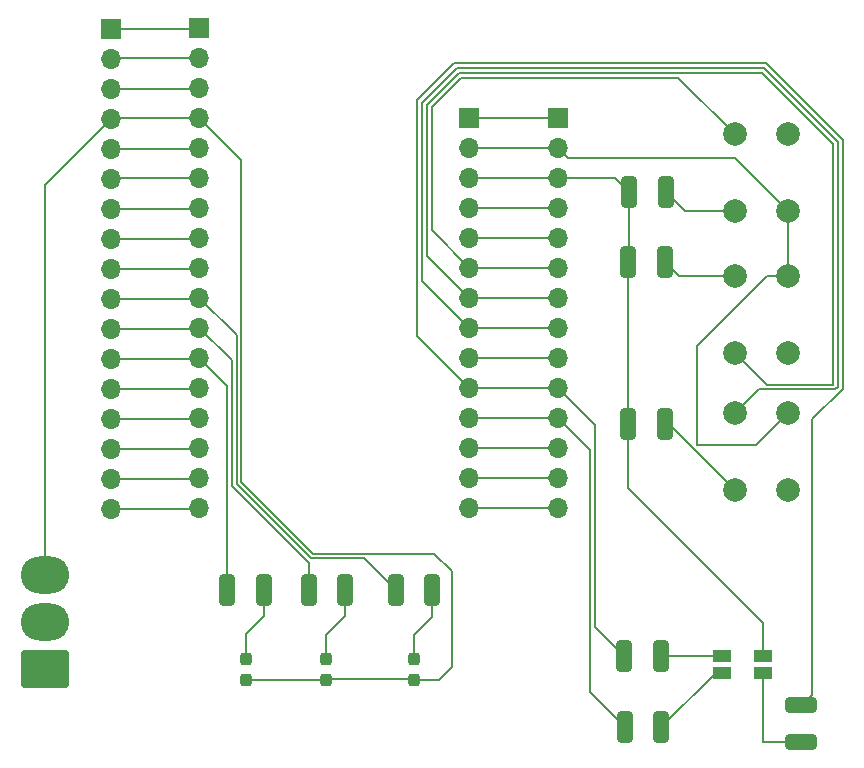
<source format=gbr>
%TF.GenerationSoftware,KiCad,Pcbnew,8.0.3*%
%TF.CreationDate,2024-07-08T01:17:26+08:00*%
%TF.ProjectId,First_pcb,46697273-745f-4706-9362-2e6b69636164,rev?*%
%TF.SameCoordinates,Original*%
%TF.FileFunction,Copper,L1,Top*%
%TF.FilePolarity,Positive*%
%FSLAX46Y46*%
G04 Gerber Fmt 4.6, Leading zero omitted, Abs format (unit mm)*
G04 Created by KiCad (PCBNEW 8.0.3) date 2024-07-08 01:17:26*
%MOMM*%
%LPD*%
G01*
G04 APERTURE LIST*
G04 Aperture macros list*
%AMRoundRect*
0 Rectangle with rounded corners*
0 $1 Rounding radius*
0 $2 $3 $4 $5 $6 $7 $8 $9 X,Y pos of 4 corners*
0 Add a 4 corners polygon primitive as box body*
4,1,4,$2,$3,$4,$5,$6,$7,$8,$9,$2,$3,0*
0 Add four circle primitives for the rounded corners*
1,1,$1+$1,$2,$3*
1,1,$1+$1,$4,$5*
1,1,$1+$1,$6,$7*
1,1,$1+$1,$8,$9*
0 Add four rect primitives between the rounded corners*
20,1,$1+$1,$2,$3,$4,$5,0*
20,1,$1+$1,$4,$5,$6,$7,0*
20,1,$1+$1,$6,$7,$8,$9,0*
20,1,$1+$1,$8,$9,$2,$3,0*%
G04 Aperture macros list end*
%TA.AperFunction,SMDPad,CuDef*%
%ADD10RoundRect,0.237500X0.237500X-0.287500X0.237500X0.287500X-0.237500X0.287500X-0.237500X-0.287500X0*%
%TD*%
%TA.AperFunction,ComponentPad*%
%ADD11C,2.000000*%
%TD*%
%TA.AperFunction,SMDPad,CuDef*%
%ADD12RoundRect,0.250000X0.400000X1.075000X-0.400000X1.075000X-0.400000X-1.075000X0.400000X-1.075000X0*%
%TD*%
%TA.AperFunction,SMDPad,CuDef*%
%ADD13RoundRect,0.250000X-0.400000X-1.075000X0.400000X-1.075000X0.400000X1.075000X-0.400000X1.075000X0*%
%TD*%
%TA.AperFunction,ComponentPad*%
%ADD14R,1.700000X1.700000*%
%TD*%
%TA.AperFunction,ComponentPad*%
%ADD15O,1.700000X1.700000*%
%TD*%
%TA.AperFunction,ComponentPad*%
%ADD16RoundRect,0.250000X1.800000X-1.330000X1.800000X1.330000X-1.800000X1.330000X-1.800000X-1.330000X0*%
%TD*%
%TA.AperFunction,ComponentPad*%
%ADD17O,4.100000X3.160000*%
%TD*%
%TA.AperFunction,SMDPad,CuDef*%
%ADD18RoundRect,0.250000X1.075000X-0.400000X1.075000X0.400000X-1.075000X0.400000X-1.075000X-0.400000X0*%
%TD*%
%TA.AperFunction,SMDPad,CuDef*%
%ADD19R,1.500000X1.000000*%
%TD*%
%TA.AperFunction,Conductor*%
%ADD20C,0.200000*%
%TD*%
G04 APERTURE END LIST*
D10*
%TO.P,D3,1,K*%
%TO.N,GND*%
X112500000Y-99200000D03*
%TO.P,D3,2,A*%
%TO.N,Net-(D3-A)*%
X112500000Y-97450000D03*
%TD*%
D11*
%TO.P,SW1,1,1*%
%TO.N,/15*%
X153900000Y-59500000D03*
X153900000Y-53000000D03*
%TO.P,SW1,2,2*%
%TO.N,/3.3V*%
X158400000Y-59500000D03*
X158400000Y-53000000D03*
%TD*%
%TO.P,SW2,1,1*%
%TO.N,/35*%
X153900000Y-71500000D03*
X153900000Y-65000000D03*
%TO.P,SW2,2,2*%
%TO.N,/3.3V*%
X158400000Y-71500000D03*
X158400000Y-65000000D03*
%TD*%
D12*
%TO.P,R7,1*%
%TO.N,Net-(D4-RA)*%
X147650000Y-103200000D03*
%TO.P,R7,2*%
%TO.N,/39*%
X144550000Y-103200000D03*
%TD*%
D13*
%TO.P,R4,1*%
%TO.N,/2*%
X125150000Y-91600000D03*
%TO.P,R4,2*%
%TO.N,Net-(D1-A)*%
X128250000Y-91600000D03*
%TD*%
D14*
%TO.P,J2,1,Pin_1*%
%TO.N,/RESET*%
X108550000Y-43990000D03*
D15*
%TO.P,J2,2,Pin_2*%
%TO.N,/3.3V*%
X108550000Y-46530000D03*
%TO.P,J2,3,Pin_3*%
%TO.N,/nothing*%
X108550000Y-49070000D03*
%TO.P,J2,4,Pin_4*%
%TO.N,GND*%
X108550000Y-51610000D03*
%TO.P,J2,5,Pin_5*%
%TO.N,/18*%
X108550000Y-54150000D03*
%TO.P,J2,6,Pin_6*%
%TO.N,/23*%
X108550000Y-56690000D03*
%TO.P,J2,7,Pin_7*%
%TO.N,/19*%
X108550000Y-59230000D03*
%TO.P,J2,8,Pin_8*%
%TO.N,/22*%
X108550000Y-61770000D03*
%TO.P,J2,9,Pin_9*%
%TO.N,/21*%
X108550000Y-64310000D03*
%TO.P,J2,10,Pin_10*%
%TO.N,/2*%
X108550000Y-66850000D03*
%TO.P,J2,11,Pin_11*%
%TO.N,/13*%
X108550000Y-69390000D03*
%TO.P,J2,12,Pin_12*%
%TO.N,/14*%
X108550000Y-71930000D03*
%TO.P,J2,13,Pin_13*%
%TO.N,/0*%
X108550000Y-74470000D03*
%TO.P,J2,14,Pin_14*%
%TO.N,/26*%
X108550000Y-77010000D03*
%TO.P,J2,15,Pin_15*%
%TO.N,/25*%
X108550000Y-79550000D03*
%TO.P,J2,16,Pin_16*%
%TO.N,/1*%
X108550000Y-82090000D03*
%TO.P,J2,17,Pin_17*%
%TO.N,/3*%
X108550000Y-84630000D03*
%TD*%
D12*
%TO.P,R9,1*%
%TO.N,Net-(D4-BA)*%
X147600000Y-97200000D03*
%TO.P,R9,2*%
%TO.N,/12*%
X144500000Y-97200000D03*
%TD*%
D10*
%TO.P,D1,1,K*%
%TO.N,GND*%
X126700000Y-99200000D03*
%TO.P,D1,2,A*%
%TO.N,Net-(D1-A)*%
X126700000Y-97450000D03*
%TD*%
D16*
%TO.P,J5,1,Pin_1*%
%TO.N,/3.3V*%
X95455000Y-98260000D03*
D17*
%TO.P,J5,2,Pin_2*%
%TO.N,/Vcc*%
X95455000Y-94300000D03*
%TO.P,J5,3,Pin_3*%
%TO.N,GND*%
X95455000Y-90340000D03*
%TD*%
D13*
%TO.P,R6,1*%
%TO.N,/14*%
X110900000Y-91600000D03*
%TO.P,R6,2*%
%TO.N,Net-(D3-A)*%
X114000000Y-91600000D03*
%TD*%
D10*
%TO.P,D2,1,K*%
%TO.N,GND*%
X119300000Y-99200000D03*
%TO.P,D2,2,A*%
%TO.N,Net-(D2-A)*%
X119300000Y-97450000D03*
%TD*%
D18*
%TO.P,R8,1*%
%TO.N,Net-(D4-GA)*%
X159500000Y-104450000D03*
%TO.P,R8,2*%
%TO.N,/36*%
X159500000Y-101350000D03*
%TD*%
D12*
%TO.P,R3,1*%
%TO.N,/34*%
X147950000Y-77500000D03*
%TO.P,R3,2*%
%TO.N,GND*%
X144850000Y-77500000D03*
%TD*%
D11*
%TO.P,SW3,1,1*%
%TO.N,/34*%
X153900000Y-83100000D03*
X153900000Y-76600000D03*
%TO.P,SW3,2,2*%
%TO.N,/3.3V*%
X158400000Y-83100000D03*
X158400000Y-76600000D03*
%TD*%
D14*
%TO.P,J3,1,Pin_1*%
%TO.N,/RESET*%
X101050000Y-44040000D03*
D15*
%TO.P,J3,2,Pin_2*%
%TO.N,/3.3V*%
X101050000Y-46580000D03*
%TO.P,J3,3,Pin_3*%
%TO.N,/nothing*%
X101050000Y-49120000D03*
%TO.P,J3,4,Pin_4*%
%TO.N,GND*%
X101050000Y-51660000D03*
%TO.P,J3,5,Pin_5*%
%TO.N,/18*%
X101050000Y-54200000D03*
%TO.P,J3,6,Pin_6*%
%TO.N,/23*%
X101050000Y-56740000D03*
%TO.P,J3,7,Pin_7*%
%TO.N,/19*%
X101050000Y-59280000D03*
%TO.P,J3,8,Pin_8*%
%TO.N,/22*%
X101050000Y-61820000D03*
%TO.P,J3,9,Pin_9*%
%TO.N,/21*%
X101050000Y-64360000D03*
%TO.P,J3,10,Pin_10*%
%TO.N,/2*%
X101050000Y-66900000D03*
%TO.P,J3,11,Pin_11*%
%TO.N,/13*%
X101050000Y-69440000D03*
%TO.P,J3,12,Pin_12*%
%TO.N,/14*%
X101050000Y-71980000D03*
%TO.P,J3,13,Pin_13*%
%TO.N,/0*%
X101050000Y-74520000D03*
%TO.P,J3,14,Pin_14*%
%TO.N,/26*%
X101050000Y-77060000D03*
%TO.P,J3,15,Pin_15*%
%TO.N,/25*%
X101050000Y-79600000D03*
%TO.P,J3,16,Pin_16*%
%TO.N,/1*%
X101050000Y-82140000D03*
%TO.P,J3,17,Pin_17*%
%TO.N,/3*%
X101050000Y-84680000D03*
%TD*%
D13*
%TO.P,R5,1*%
%TO.N,/13*%
X117800000Y-91600000D03*
%TO.P,R5,2*%
%TO.N,Net-(D2-A)*%
X120900000Y-91600000D03*
%TD*%
D12*
%TO.P,R1,1*%
%TO.N,/15*%
X148050000Y-57900000D03*
%TO.P,R1,2*%
%TO.N,GND*%
X144950000Y-57900000D03*
%TD*%
D14*
%TO.P,J1,1,Pin_1*%
%TO.N,/Vcc*%
X131400000Y-51640000D03*
D15*
%TO.P,J1,2,Pin_2*%
%TO.N,/3.3V*%
X131400000Y-54180000D03*
%TO.P,J1,3,Pin_3*%
%TO.N,GND*%
X131400000Y-56720000D03*
%TO.P,J1,4,Pin_4*%
%TO.N,/22*%
X131400000Y-59260000D03*
%TO.P,J1,5,Pin_5*%
%TO.N,/21*%
X131400000Y-61800000D03*
%TO.P,J1,6,Pin_6*%
%TO.N,/15*%
X131400000Y-64340000D03*
%TO.P,J1,7,Pin_7*%
%TO.N,/35*%
X131400000Y-66880000D03*
%TO.P,J1,8,Pin_8*%
%TO.N,/34*%
X131400000Y-69420000D03*
%TO.P,J1,9,Pin_9*%
%TO.N,/39*%
X131400000Y-71960000D03*
%TO.P,J1,10,Pin_10*%
%TO.N,/36*%
X131400000Y-74500000D03*
%TO.P,J1,11,Pin_11*%
%TO.N,/12*%
X131400000Y-77040000D03*
%TO.P,J1,12,Pin_12*%
%TO.N,/4*%
X131400000Y-79580000D03*
%TO.P,J1,13,Pin_13*%
%TO.N,/16*%
X131400000Y-82120000D03*
%TO.P,J1,14,Pin_14*%
%TO.N,/17*%
X131400000Y-84660000D03*
%TD*%
D14*
%TO.P,J4,1,Pin_1*%
%TO.N,/Vcc*%
X138900000Y-51640000D03*
D15*
%TO.P,J4,2,Pin_2*%
%TO.N,/3.3V*%
X138900000Y-54180000D03*
%TO.P,J4,3,Pin_3*%
%TO.N,GND*%
X138900000Y-56720000D03*
%TO.P,J4,4,Pin_4*%
%TO.N,/22*%
X138900000Y-59260000D03*
%TO.P,J4,5,Pin_5*%
%TO.N,/21*%
X138900000Y-61800000D03*
%TO.P,J4,6,Pin_6*%
%TO.N,/15*%
X138900000Y-64340000D03*
%TO.P,J4,7,Pin_7*%
%TO.N,/35*%
X138900000Y-66880000D03*
%TO.P,J4,8,Pin_8*%
%TO.N,/34*%
X138900000Y-69420000D03*
%TO.P,J4,9,Pin_9*%
%TO.N,/39*%
X138900000Y-71960000D03*
%TO.P,J4,10,Pin_10*%
%TO.N,/36*%
X138900000Y-74500000D03*
%TO.P,J4,11,Pin_11*%
%TO.N,/12*%
X138900000Y-77040000D03*
%TO.P,J4,12,Pin_12*%
%TO.N,/4*%
X138900000Y-79580000D03*
%TO.P,J4,13,Pin_13*%
%TO.N,/16*%
X138900000Y-82120000D03*
%TO.P,J4,14,Pin_14*%
%TO.N,/17*%
X138900000Y-84660000D03*
%TD*%
D19*
%TO.P,D4,1,BA*%
%TO.N,Net-(D4-BA)*%
X152800000Y-97200000D03*
%TO.P,D4,2,RA*%
%TO.N,Net-(D4-RA)*%
X152800000Y-98600000D03*
%TO.P,D4,3,GA*%
%TO.N,Net-(D4-GA)*%
X156300000Y-98600000D03*
%TO.P,D4,4,K*%
%TO.N,GND*%
X156300000Y-97200000D03*
%TD*%
D12*
%TO.P,R2,1*%
%TO.N,/35*%
X147950000Y-63800000D03*
%TO.P,R2,2*%
%TO.N,GND*%
X144850000Y-63800000D03*
%TD*%
D20*
%TO.N,GND*%
X95455000Y-90340000D02*
X95455000Y-57255000D01*
X95455000Y-57255000D02*
X101050000Y-51660000D01*
%TO.N,Net-(D1-A)*%
X128250000Y-91600000D02*
X128250000Y-93850000D01*
X126700000Y-95400000D02*
X126700000Y-97450000D01*
X128250000Y-93850000D02*
X126700000Y-95400000D01*
%TO.N,GND*%
X101100000Y-51610000D02*
X101050000Y-51660000D01*
X119275000Y-99175000D02*
X119300000Y-99150000D01*
X144950000Y-63700000D02*
X144850000Y-63800000D01*
X143770000Y-56720000D02*
X138900000Y-56720000D01*
X144950000Y-57900000D02*
X143770000Y-56720000D01*
X126650000Y-99150000D02*
X126700000Y-99200000D01*
X108550000Y-51610000D02*
X101100000Y-51610000D01*
X144850000Y-82950000D02*
X156300000Y-94400000D01*
X126700000Y-99200000D02*
X128800000Y-99200000D01*
X156300000Y-94400000D02*
X156300000Y-97200000D01*
X128800000Y-99200000D02*
X129900000Y-98100000D01*
X128400000Y-88500000D02*
X118131371Y-88500000D01*
X112100000Y-55160000D02*
X108550000Y-51610000D01*
X131400000Y-56720000D02*
X138900000Y-56720000D01*
X119300000Y-99150000D02*
X126650000Y-99150000D01*
X144850000Y-77500000D02*
X144850000Y-82950000D01*
X144850000Y-63800000D02*
X144850000Y-77500000D01*
X144950000Y-57900000D02*
X144950000Y-63700000D01*
X129900000Y-90000000D02*
X128400000Y-88500000D01*
X112100000Y-82468628D02*
X112100000Y-55160000D01*
X129900000Y-98100000D02*
X129900000Y-90000000D01*
X118131371Y-88500000D02*
X112100000Y-82468628D01*
X112500000Y-99175000D02*
X119275000Y-99175000D01*
%TO.N,Net-(D2-A)*%
X120900000Y-93800000D02*
X119300000Y-95400000D01*
X120900000Y-91600000D02*
X120900000Y-93800000D01*
X119300000Y-95400000D02*
X119300000Y-97400000D01*
%TO.N,Net-(D3-A)*%
X114000000Y-93800000D02*
X112500000Y-95300000D01*
X112500000Y-95300000D02*
X112500000Y-97425000D01*
X114000000Y-91600000D02*
X114000000Y-93800000D01*
%TO.N,Net-(D4-BA)*%
X147600000Y-97200000D02*
X152800000Y-97200000D01*
%TO.N,Net-(D4-RA)*%
X152250000Y-98600000D02*
X152800000Y-98600000D01*
X147650000Y-103200000D02*
X152250000Y-98600000D01*
%TO.N,/12*%
X144550000Y-103200000D02*
X141600000Y-100250000D01*
X141600000Y-79740000D02*
X138900000Y-77040000D01*
X131400000Y-77040000D02*
X138900000Y-77040000D01*
X141600000Y-100250000D02*
X141600000Y-79740000D01*
%TO.N,/34*%
X162365685Y-74600000D02*
X162600000Y-74365685D01*
X127400000Y-50368628D02*
X127400000Y-65420000D01*
X130368628Y-47400000D02*
X127400000Y-50368628D01*
X148300000Y-77500000D02*
X147950000Y-77500000D01*
X156365686Y-47400000D02*
X130368628Y-47400000D01*
X127400000Y-65420000D02*
X131400000Y-69420000D01*
X138900000Y-69420000D02*
X131400000Y-69420000D01*
X153900000Y-83100000D02*
X148300000Y-77500000D01*
X162600000Y-53634314D02*
X156365686Y-47400000D01*
X162600000Y-74365685D02*
X162600000Y-53634314D01*
X153900000Y-76600000D02*
X155900000Y-74600000D01*
X155900000Y-74600000D02*
X162365685Y-74600000D01*
%TO.N,/35*%
X147950000Y-63800000D02*
X149150000Y-65000000D01*
X162200000Y-74200000D02*
X162200000Y-53800000D01*
X149150000Y-65000000D02*
X153900000Y-65000000D01*
X130534314Y-47800000D02*
X127800000Y-50534314D01*
X127800000Y-50534314D02*
X127800000Y-63280000D01*
X156600000Y-74200000D02*
X162200000Y-74200000D01*
X127800000Y-63280000D02*
X131400000Y-66880000D01*
X131400000Y-66880000D02*
X138900000Y-66880000D01*
X162200000Y-53800000D02*
X156200000Y-47800000D01*
X156200000Y-47800000D02*
X130534314Y-47800000D01*
X153900000Y-71500000D02*
X156600000Y-74200000D01*
%TO.N,/15*%
X130700000Y-48200000D02*
X128200000Y-50700000D01*
X153900000Y-59500000D02*
X149650000Y-59500000D01*
X149650000Y-59500000D02*
X148050000Y-57900000D01*
X128200000Y-61140000D02*
X131400000Y-64340000D01*
X149100000Y-48200000D02*
X130700000Y-48200000D01*
X138900000Y-64340000D02*
X131400000Y-64340000D01*
X153900000Y-53000000D02*
X149100000Y-48200000D01*
X128200000Y-50700000D02*
X128200000Y-61140000D01*
%TO.N,/17*%
X138900000Y-84660000D02*
X131400000Y-84660000D01*
%TO.N,/3.3V*%
X139750000Y-55030000D02*
X153930000Y-55030000D01*
X138900000Y-54180000D02*
X139750000Y-55030000D01*
X153930000Y-55030000D02*
X158400000Y-59500000D01*
X156600000Y-65000000D02*
X150700000Y-70900000D01*
X150700000Y-70900000D02*
X150700000Y-79300000D01*
X158400000Y-59500000D02*
X158400000Y-65000000D01*
X108550000Y-46530000D02*
X101100000Y-46530000D01*
X101100000Y-46530000D02*
X101050000Y-46580000D01*
X131400000Y-54180000D02*
X138900000Y-54180000D01*
X155700000Y-79300000D02*
X158400000Y-76600000D01*
X150700000Y-79300000D02*
X155700000Y-79300000D01*
X158400000Y-65000000D02*
X156600000Y-65000000D01*
%TO.N,/36*%
X130100000Y-47000000D02*
X156531372Y-47000000D01*
X127000000Y-70100000D02*
X131400000Y-74500000D01*
X160400000Y-100450000D02*
X159500000Y-101350000D01*
X138900000Y-74500000D02*
X131400000Y-74500000D01*
X163000000Y-53468628D02*
X163000000Y-74531371D01*
X144500000Y-97200000D02*
X142000000Y-94700000D01*
X160400000Y-77131371D02*
X160400000Y-100450000D01*
X156531372Y-47000000D02*
X163000000Y-53468628D01*
X163000000Y-74531371D02*
X160400000Y-77131371D01*
X127000000Y-50100000D02*
X130100000Y-47000000D01*
X142000000Y-77600000D02*
X138900000Y-74500000D01*
X127000000Y-50100000D02*
X127000000Y-70100000D01*
X142000000Y-94700000D02*
X142000000Y-77600000D01*
%TO.N,/16*%
X131400000Y-82120000D02*
X138900000Y-82120000D01*
%TO.N,/Vcc*%
X131400000Y-51640000D02*
X138900000Y-51640000D01*
%TO.N,/21*%
X131400000Y-61800000D02*
X138900000Y-61800000D01*
X101050000Y-64360000D02*
X108500000Y-64360000D01*
X108500000Y-64360000D02*
X108550000Y-64310000D01*
%TO.N,/22*%
X101050000Y-61820000D02*
X108500000Y-61820000D01*
X138900000Y-59260000D02*
X131400000Y-59260000D01*
X108500000Y-61820000D02*
X108550000Y-61770000D01*
%TO.N,/39*%
X131400000Y-71960000D02*
X138900000Y-71960000D01*
%TO.N,/4*%
X138900000Y-79580000D02*
X131400000Y-79580000D01*
%TO.N,/13*%
X117800000Y-89300000D02*
X111300000Y-82800000D01*
X101050000Y-69440000D02*
X108500000Y-69440000D01*
X111300000Y-72140000D02*
X108550000Y-69390000D01*
X111300000Y-82800000D02*
X111300000Y-72140000D01*
X117800000Y-91600000D02*
X117800000Y-89300000D01*
X108500000Y-69440000D02*
X108550000Y-69390000D01*
%TO.N,/26*%
X101050000Y-77060000D02*
X108500000Y-77060000D01*
X108500000Y-77060000D02*
X108550000Y-77010000D01*
%TO.N,/1*%
X108500000Y-82140000D02*
X108550000Y-82090000D01*
X101050000Y-82140000D02*
X108500000Y-82140000D01*
%TO.N,/RESET*%
X108500000Y-44040000D02*
X108550000Y-43990000D01*
X101050000Y-44040000D02*
X108500000Y-44040000D01*
%TO.N,/0*%
X108500000Y-74520000D02*
X108550000Y-74470000D01*
X101050000Y-74520000D02*
X108500000Y-74520000D01*
%TO.N,/nothing*%
X108500000Y-49120000D02*
X108550000Y-49070000D01*
X101050000Y-49120000D02*
X108500000Y-49120000D01*
%TO.N,/14*%
X110900000Y-74280000D02*
X108550000Y-71930000D01*
X108500000Y-71980000D02*
X108550000Y-71930000D01*
X101050000Y-71980000D02*
X108500000Y-71980000D01*
X110900000Y-91600000D02*
X110900000Y-74280000D01*
%TO.N,/3*%
X108500000Y-84680000D02*
X108550000Y-84630000D01*
X101050000Y-84680000D02*
X108500000Y-84680000D01*
%TO.N,/19*%
X108500000Y-59280000D02*
X108550000Y-59230000D01*
X101050000Y-59280000D02*
X108500000Y-59280000D01*
%TO.N,/23*%
X101100000Y-56690000D02*
X101050000Y-56740000D01*
X108550000Y-56690000D02*
X101100000Y-56690000D01*
%TO.N,/25*%
X101050000Y-79600000D02*
X108500000Y-79600000D01*
X108500000Y-79600000D02*
X108550000Y-79550000D01*
%TO.N,/2*%
X108500000Y-66900000D02*
X108550000Y-66850000D01*
X122450000Y-88900000D02*
X117965685Y-88900000D01*
X101050000Y-66900000D02*
X108500000Y-66900000D01*
X111700000Y-82634314D02*
X111700000Y-70000000D01*
X125150000Y-91600000D02*
X122450000Y-88900000D01*
X111700000Y-70000000D02*
X108550000Y-66850000D01*
X117965685Y-88900000D02*
X111700000Y-82634314D01*
%TO.N,/18*%
X108500000Y-54200000D02*
X108550000Y-54150000D01*
X101050000Y-54200000D02*
X108500000Y-54200000D01*
%TO.N,Net-(D4-GA)*%
X159500000Y-104450000D02*
X156300000Y-104450000D01*
X156300000Y-104450000D02*
X156300000Y-98600000D01*
%TD*%
M02*

</source>
